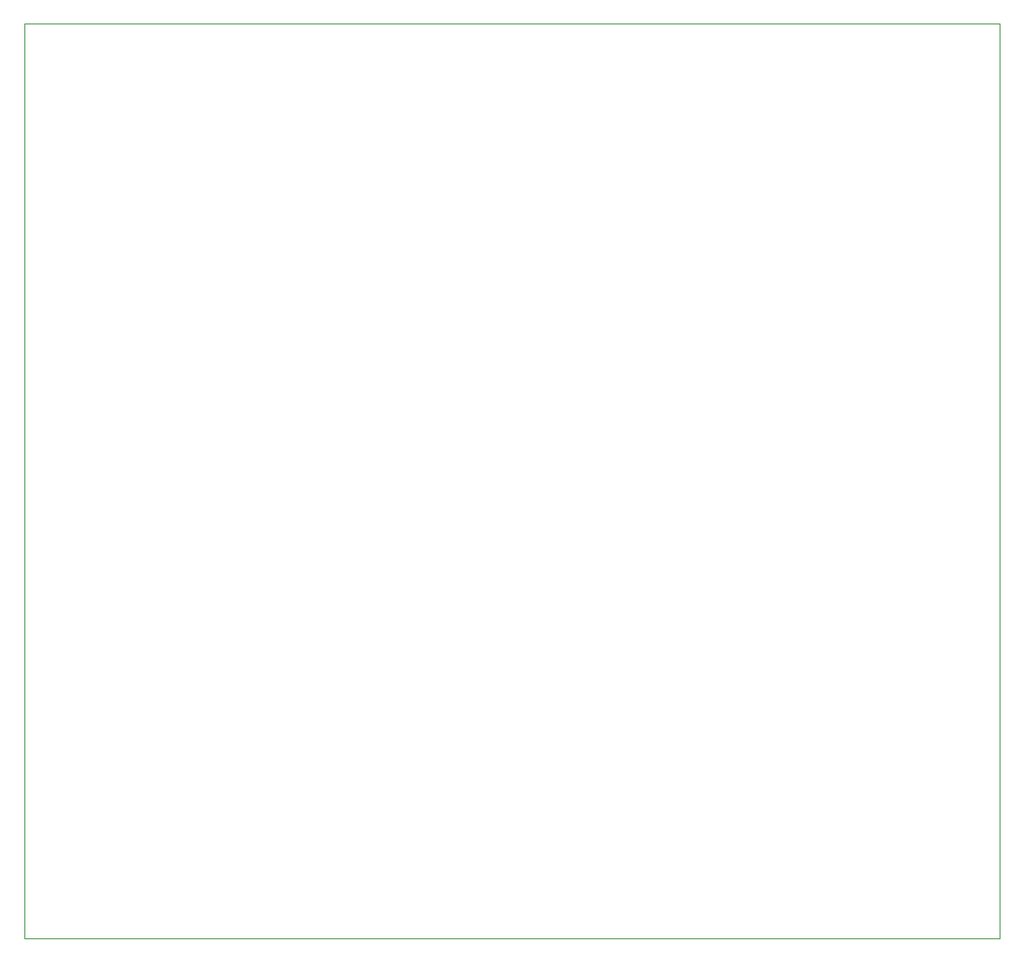
<source format=gbr>
G04*
G04 #@! TF.GenerationSoftware,Altium Limited,Altium Designer,25.2.1 (25)*
G04*
G04 Layer_Color=0*
%FSLAX25Y25*%
%MOIN*%
G70*
G04*
G04 #@! TF.SameCoordinates,93333BF9-B9FA-480E-9F15-3530D08D3613*
G04*
G04*
G04 #@! TF.FilePolarity,Positive*
G04*
G01*
G75*
%ADD148C,0.00100*%
D148*
X0Y0D02*
Y350000D01*
X373000D01*
Y0D01*
X0D01*
M02*

</source>
